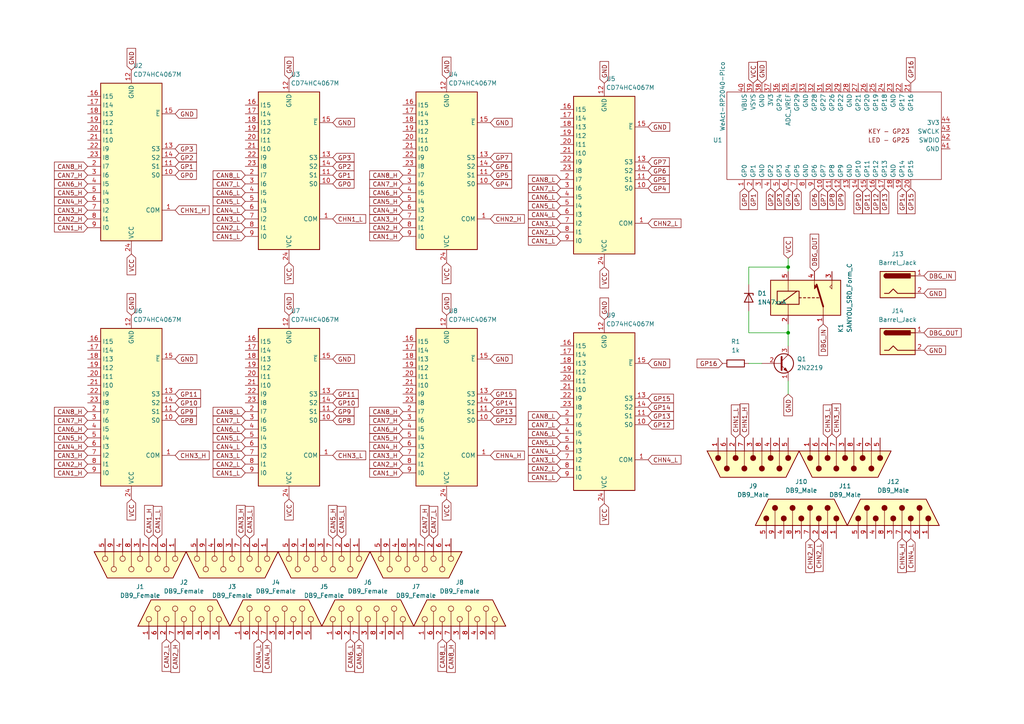
<source format=kicad_sch>
(kicad_sch (version 20211123) (generator eeschema)
  (paper "A4")
  (lib_symbols
    (symbol "74xx:CD74HC4067M"
      (property "Reference" "U" (at -8.89 22.86 0))
      (property "Value" "CD74HC4067M" (at 1.27 22.86 0))
      (symbol "CD74HC4067M_0_1"
        (rectangle (start -8.89 21.59) (end 8.89 -24.13) (stroke (width 0.254)) (fill (type background)))
      )
      (symbol "CD74HC4067M_1_1"
        (pin passive line (at -12.7 12.7 0) (length 3.81) (name "COM") (number "1"))
        (pin input line (at -12.7 2.54 0) (length 3.81) (name "S0") (number "10"))
        (pin input line (at -12.7 0 0) (length 3.81) (name "S1") (number "11"))
        (pin power_in line (at 0 -27.94 90) (length 3.81) (name "GND") (number "12"))
        (pin input line (at -12.7 -5.08 0) (length 3.81) (name "S3") (number "13"))
        (pin input line (at -12.7 -2.54 0) (length 3.81) (name "S2") (number "14"))
        (pin input line (at -12.7 -15.24 0) (length 3.81) (name "~{E}") (number "15"))
        (pin passive line (at 12.7 -20.32 180) (length 3.81) (name "I15") (number "16"))
        (pin passive line (at 12.7 -17.78 180) (length 3.81) (name "I14") (number "17"))
        (pin passive line (at 12.7 -15.24 180) (length 3.81) (name "I13") (number "18"))
        (pin passive line (at 12.7 -12.7 180) (length 3.81) (name "I12") (number "19"))
        (pin passive line (at 12.7 0 180) (length 3.81) (name "I7") (number "2"))
        (pin passive line (at 12.7 -10.16 180) (length 3.81) (name "I11") (number "20"))
        (pin passive line (at 12.7 -7.62 180) (length 3.81) (name "I10") (number "21"))
        (pin passive line (at 12.7 -5.08 180) (length 3.81) (name "I9") (number "22"))
        (pin passive line (at 12.7 -2.54 180) (length 3.81) (name "I8") (number "23"))
        (pin power_in line (at 0 25.4 270) (length 3.81) (name "VCC") (number "24"))
        (pin passive line (at 12.7 2.54 180) (length 3.81) (name "I6") (number "3"))
        (pin passive line (at 12.7 5.08 180) (length 3.81) (name "I5") (number "4"))
        (pin passive line (at 12.7 7.62 180) (length 3.81) (name "I4") (number "5"))
        (pin passive line (at 12.7 10.16 180) (length 3.81) (name "I3") (number "6"))
        (pin passive line (at 12.7 12.7 180) (length 3.81) (name "I2") (number "7"))
        (pin passive line (at 12.7 15.24 180) (length 3.81) (name "I1") (number "8"))
        (pin passive line (at 12.7 17.78 180) (length 3.81) (name "I0") (number "9"))
      )
    )
    (symbol "Connector:Barrel_Jack" (pin_names (offset 1.016))
      (property "Reference" "J" (at 0 5.334 0))
      (property "Value" "Barrel_Jack" (at 0 -5.08 0))
      (symbol "Barrel_Jack_0_1"
        (rectangle (start -5.08 3.81) (end 5.08 -3.81) (stroke (width 0.254)) (fill (type background)))
        (arc (start -3.302 3.175) (mid -3.937 2.54) (end -3.302 1.905) (stroke (width 0.254)))
        (arc (start -3.302 3.175) (mid -3.937 2.54) (end -3.302 1.905) (stroke (width 0.254)) (fill (type outline)))
        (polyline (pts (xy 5.08 2.54) (xy 3.81 2.54)) (stroke (width 0.254)))
        (polyline (pts (xy -3.81 -2.54) (xy -2.54 -2.54) (xy -1.27 -1.27) (xy 0 -2.54) (xy 2.54 -2.54) (xy 5.08 -2.54)) (stroke (width 0.254)))
        (rectangle (start 3.683 3.175) (end -3.302 1.905) (stroke (width 0.254)) (fill (type outline)))
      )
      (symbol "Barrel_Jack_1_1"
        (pin passive line (at 7.62 2.54 180) (length 2.54) (name "~") (number "1"))
        (pin passive line (at 7.62 -2.54 180) (length 2.54) (name "~") (number "2"))
      )
    )
    (symbol "Connector:DB9_Female" (pin_names (offset 1.016) hide)
      (property "Reference" "J" (at 0 13.97 0))
      (property "Value" "DB9_Female" (at 0 -14.605 0))
      (symbol "DB9_Female_0_1"
        (circle (center -1.778 -10.16) (radius 0.762))
        (circle (center -1.778 -5.08) (radius 0.762))
        (circle (center -1.778 0) (radius 0.762))
        (circle (center -1.778 5.08) (radius 0.762))
        (circle (center -1.778 10.16) (radius 0.762))
        (polyline (pts (xy -3.81 -10.16) (xy -2.54 -10.16)))
        (polyline (pts (xy -3.81 -7.62) (xy 0.508 -7.62)))
        (polyline (pts (xy -3.81 -5.08) (xy -2.54 -5.08)))
        (polyline (pts (xy -3.81 -2.54) (xy 0.508 -2.54)))
        (polyline (pts (xy -3.81 0) (xy -2.54 0)))
        (polyline (pts (xy -3.81 2.54) (xy 0.508 2.54)))
        (polyline (pts (xy -3.81 5.08) (xy -2.54 5.08)))
        (polyline (pts (xy -3.81 7.62) (xy 0.508 7.62)))
        (polyline (pts (xy -3.81 10.16) (xy -2.54 10.16)))
        (polyline (pts (xy -3.81 13.335) (xy -3.81 -13.335) (xy 3.81 -9.525) (xy 3.81 9.525) (xy -3.81 13.335)) (stroke (width 0.254)) (fill (type background)))
        (circle (center 1.27 -7.62) (radius 0.762))
        (circle (center 1.27 -2.54) (radius 0.762))
        (circle (center 1.27 2.54) (radius 0.762))
        (circle (center 1.27 7.62) (radius 0.762))
      )
      (symbol "DB9_Female_1_1"
        (pin passive line (at -7.62 10.16 0) (length 3.81) (name "1") (number "1"))
        (pin passive line (at -7.62 5.08 0) (length 3.81) (name "2") (number "2"))
        (pin passive line (at -7.62 0 0) (length 3.81) (name "3") (number "3"))
        (pin passive line (at -7.62 -5.08 0) (length 3.81) (name "4") (number "4"))
        (pin passive line (at -7.62 -10.16 0) (length 3.81) (name "5") (number "5"))
        (pin passive line (at -7.62 7.62 0) (length 3.81) (name "6") (number "6"))
        (pin passive line (at -7.62 2.54 0) (length 3.81) (name "7") (number "7"))
        (pin passive line (at -7.62 -2.54 0) (length 3.81) (name "8") (number "8"))
        (pin passive line (at -7.62 -7.62 0) (length 3.81) (name "9") (number "9"))
      )
    )
    (symbol "Connector:DB9_Male" (pin_names (offset 1.016) hide)
      (property "Reference" "J" (at 0 13.97 0))
      (property "Value" "DB9_Male" (at 0 -14.605 0))
      (symbol "DB9_Male_0_1"
        (circle (center -1.778 -10.16) (radius 0.762) (fill (type outline)))
        (circle (center -1.778 -5.08) (radius 0.762) (fill (type outline)))
        (circle (center -1.778 0) (radius 0.762) (fill (type outline)))
        (circle (center -1.778 5.08) (radius 0.762) (fill (type outline)))
        (circle (center -1.778 10.16) (radius 0.762) (fill (type outline)))
        (polyline (pts (xy -3.81 -10.16) (xy -2.54 -10.16)))
        (polyline (pts (xy -3.81 -7.62) (xy 0.508 -7.62)))
        (polyline (pts (xy -3.81 -5.08) (xy -2.54 -5.08)))
        (polyline (pts (xy -3.81 -2.54) (xy 0.508 -2.54)))
        (polyline (pts (xy -3.81 0) (xy -2.54 0)))
        (polyline (pts (xy -3.81 2.54) (xy 0.508 2.54)))
        (polyline (pts (xy -3.81 5.08) (xy -2.54 5.08)))
        (polyline (pts (xy -3.81 7.62) (xy 0.508 7.62)))
        (polyline (pts (xy -3.81 10.16) (xy -2.54 10.16)))
        (polyline (pts (xy -3.81 -13.335) (xy -3.81 13.335) (xy 3.81 9.525) (xy 3.81 -9.525) (xy -3.81 -13.335)) (stroke (width 0.254)) (fill (type background)))
        (circle (center 1.27 -7.62) (radius 0.762) (fill (type outline)))
        (circle (center 1.27 -2.54) (radius 0.762) (fill (type outline)))
        (circle (center 1.27 2.54) (radius 0.762) (fill (type outline)))
        (circle (center 1.27 7.62) (radius 0.762) (fill (type outline)))
      )
      (symbol "DB9_Male_1_1"
        (pin passive line (at -7.62 -10.16 0) (length 3.81) (name "1") (number "1"))
        (pin passive line (at -7.62 -5.08 0) (length 3.81) (name "2") (number "2"))
        (pin passive line (at -7.62 0 0) (length 3.81) (name "3") (number "3"))
        (pin passive line (at -7.62 5.08 0) (length 3.81) (name "4") (number "4"))
        (pin passive line (at -7.62 10.16 0) (length 3.81) (name "5") (number "5"))
        (pin passive line (at -7.62 -7.62 0) (length 3.81) (name "6") (number "6"))
        (pin passive line (at -7.62 -2.54 0) (length 3.81) (name "7") (number "7"))
        (pin passive line (at -7.62 2.54 0) (length 3.81) (name "8") (number "8"))
        (pin passive line (at -7.62 7.62 0) (length 3.81) (name "9") (number "9"))
      )
    )
    (symbol "Device:R" (pin_numbers hide) (pin_names (offset 0))
      (property "Reference" "R" (at 2.032 0 90))
      (property "Value" "R" (at 0 0 90))
      (symbol "R_0_1"
        (rectangle (start -1.016 -2.54) (end 1.016 2.54) (stroke (width 0.254)))
      )
      (symbol "R_1_1"
        (pin passive line (at 0 3.81 270) (length 1.27) (name "~") (number "1"))
        (pin passive line (at 0 -3.81 90) (length 1.27) (name "~") (number "2"))
      )
    )
    (symbol "Diode:1N47xxA" (pin_numbers hide) (pin_names hide)
      (property "Reference" "D" (at 0 2.54 0))
      (property "Value" "1N47xxA" (at 0 -2.54 0))
      (symbol "1N47xxA_0_1"
        (polyline (pts (xy 1.27 0) (xy -1.27 0)))
        (polyline (pts (xy -1.27 -1.27) (xy -1.27 1.27) (xy -0.762 1.27)) (stroke (width 0.254)))
        (polyline (pts (xy 1.27 -1.27) (xy 1.27 1.27) (xy -1.27 0) (xy 1.27 -1.27)) (stroke (width 0.254)))
      )
      (symbol "1N47xxA_1_1"
        (pin passive line (at -3.81 0 0) (length 2.54) (name "K") (number "1"))
        (pin passive line (at 3.81 0 180) (length 2.54) (name "A") (number "2"))
      )
    )
    (symbol "RP2040:WeAct-RP2040-Pico"
      (property "Reference" "U" (at 0 16.51 0))
      (property "Value" "WeAct-RP2040-Pico" (at 0 19.05 0))
      (symbol "WeAct-RP2040-Pico_0_0"
        (text "KEY - GP23" (at 1.27 -26.67 900) (effects (font (size 1.27 1.27))))
        (text "LED - GP25" (at -1.27 -26.67 900) (effects (font (size 1.27 1.27))))
      )
      (symbol "WeAct-RP2040-Pico_0_1"
        (rectangle (start -12.7 20.32) (end 12.7 -41.91))
      )
      (symbol "WeAct-RP2040-Pico_1_1"
        (pin bidirectional line (at -15.24 15.24 0) (length 2.54) (name "GP0") (number "1"))
        (pin bidirectional line (at -15.24 -7.62 0) (length 2.54) (name "GP7") (number "10"))
        (pin bidirectional line (at -15.24 -10.16 0) (length 2.54) (name "GP8") (number "11"))
        (pin bidirectional line (at -15.24 -12.7 0) (length 2.54) (name "GP9") (number "12"))
        (pin bidirectional line (at -15.24 -15.24 0) (length 2.54) (name "GND") (number "13"))
        (pin bidirectional line (at -15.24 -17.78 0) (length 2.54) (name "GP10") (number "14"))
        (pin bidirectional line (at -15.24 -20.32 0) (length 2.54) (name "GP11") (number "15"))
        (pin bidirectional line (at -15.24 -22.86 0) (length 2.54) (name "GP12") (number "16"))
        (pin bidirectional line (at -15.24 -25.4 0) (length 2.54) (name "GP13") (number "17"))
        (pin bidirectional line (at -15.24 -27.94 0) (length 2.54) (name "GND") (number "18"))
        (pin bidirectional line (at -15.24 -30.48 0) (length 2.54) (name "GP14") (number "19"))
        (pin bidirectional line (at -15.24 12.7 0) (length 2.54) (name "GP1") (number "2"))
        (pin bidirectional line (at -15.24 -33.02 0) (length 2.54) (name "GP15") (number "20"))
        (pin bidirectional line (at 15.24 -33.02 180) (length 2.54) (name "GP16") (number "21"))
        (pin bidirectional line (at 15.24 -30.48 180) (length 2.54) (name "GP17") (number "22"))
        (pin bidirectional line (at 15.24 -27.94 180) (length 2.54) (name "GND") (number "23"))
        (pin bidirectional line (at 15.24 -25.4 180) (length 2.54) (name "GP18") (number "24"))
        (pin bidirectional line (at 15.24 -22.86 180) (length 2.54) (name "GP19") (number "25"))
        (pin bidirectional line (at 15.24 -20.32 180) (length 2.54) (name "GP20") (number "26"))
        (pin bidirectional line (at 15.24 -17.78 180) (length 2.54) (name "GP21") (number "27"))
        (pin bidirectional line (at 15.24 -15.24 180) (length 2.54) (name "GND") (number "28"))
        (pin bidirectional line (at 15.24 -12.7 180) (length 2.54) (name "GP22") (number "29"))
        (pin bidirectional line (at -15.24 10.16 0) (length 2.54) (name "GND") (number "3"))
        (pin bidirectional line (at 15.24 -10.16 180) (length 2.54) (name "GP26") (number "30"))
        (pin bidirectional line (at 15.24 -7.62 180) (length 2.54) (name "GP27") (number "31"))
        (pin bidirectional line (at 15.24 -5.08 180) (length 2.54) (name "GP28") (number "32"))
        (pin bidirectional line (at 15.24 -2.54 180) (length 2.54) (name "GND") (number "33"))
        (pin bidirectional line (at 15.24 0 180) (length 2.54) (name "GP29") (number "34"))
        (pin bidirectional line (at 15.24 2.54 180) (length 2.54) (name "ADC_VREF") (number "35"))
        (pin bidirectional line (at 15.24 5.08 180) (length 2.54) (name "GP24") (number "36"))
        (pin bidirectional line (at 15.24 7.62 180) (length 2.54) (name "3V3") (number "37"))
        (pin bidirectional line (at 15.24 10.16 180) (length 2.54) (name "GND") (number "38"))
        (pin bidirectional line (at 15.24 12.7 180) (length 2.54) (name "VSYS") (number "39"))
        (pin bidirectional line (at -15.24 7.62 0) (length 2.54) (name "GP2") (number "4"))
        (pin bidirectional line (at 15.24 15.24 180) (length 2.54) (name "VBUS") (number "40"))
        (pin bidirectional line (at -3.81 -44.45 90) (length 2.54) (name "GND") (number "41"))
        (pin bidirectional line (at -1.27 -44.45 90) (length 2.54) (name "SWDIO") (number "42"))
        (pin bidirectional line (at 1.27 -44.45 90) (length 2.54) (name "SWCLK") (number "43"))
        (pin bidirectional line (at 3.81 -44.45 90) (length 2.54) (name "3V3") (number "44"))
        (pin bidirectional line (at -15.24 5.08 0) (length 2.54) (name "GP3") (number "5"))
        (pin bidirectional line (at -15.24 2.54 0) (length 2.54) (name "GP4") (number "6"))
        (pin bidirectional line (at -15.24 0 0) (length 2.54) (name "GP5") (number "7"))
        (pin bidirectional line (at -15.24 -2.54 0) (length 2.54) (name "GND") (number "8"))
        (pin bidirectional line (at -15.24 -5.08 0) (length 2.54) (name "GP6") (number "9"))
      )
    )
    (symbol "Relay:SANYOU_SRD_Form_C"
      (property "Reference" "K" (at 11.43 3.81 0))
      (property "Value" "SANYOU_SRD_Form_C" (at 11.43 1.27 0))
      (symbol "SANYOU_SRD_Form_C_0_0"
        (polyline (pts (xy 7.62 5.08) (xy 7.62 2.54) (xy 6.985 3.175) (xy 7.62 3.81)))
      )
      (symbol "SANYOU_SRD_Form_C_0_1"
        (rectangle (start -10.16 5.08) (end 10.16 -5.08) (stroke (width 0.254)) (fill (type background)))
        (rectangle (start -8.255 1.905) (end -1.905 -1.905) (stroke (width 0.254)))
        (polyline (pts (xy -7.62 -1.905) (xy -2.54 1.905)) (stroke (width 0.254)))
        (polyline (pts (xy -5.08 -5.08) (xy -5.08 -1.905)))
        (polyline (pts (xy -5.08 5.08) (xy -5.08 1.905)))
        (polyline (pts (xy -1.905 0) (xy -1.27 0)) (stroke (width 0.254)))
        (polyline (pts (xy -0.635 0) (xy 0 0)) (stroke (width 0.254)))
        (polyline (pts (xy 0.635 0) (xy 1.27 0)) (stroke (width 0.254)))
        (polyline (pts (xy 1.905 0) (xy 2.54 0)) (stroke (width 0.254)))
        (polyline (pts (xy 3.175 0) (xy 3.81 0)) (stroke (width 0.254)))
        (polyline (pts (xy 5.08 -2.54) (xy 3.175 3.81)) (stroke (width 0.508)))
        (polyline (pts (xy 5.08 -2.54) (xy 5.08 -5.08)))
      )
      (symbol "SANYOU_SRD_Form_C_1_1"
        (polyline (pts (xy 2.54 3.81) (xy 3.175 3.175) (xy 2.54 2.54) (xy 2.54 5.08)) (fill (type outline)))
        (pin passive line (at 5.08 -7.62 90) (length 2.54) (name "~") (number "1"))
        (pin passive line (at -5.08 -7.62 90) (length 2.54) (name "~") (number "2"))
        (pin passive line (at 7.62 7.62 270) (length 2.54) (name "~") (number "3"))
        (pin passive line (at 2.54 7.62 270) (length 2.54) (name "~") (number "4"))
        (pin passive line (at -5.08 7.62 270) (length 2.54) (name "~") (number "5"))
      )
    )
    (symbol "Transistor_BJT:2N2219" (pin_names (offset 0) hide)
      (property "Reference" "Q" (at 5.08 1.905 0))
      (property "Value" "2N2219" (at 5.08 0 0))
      (symbol "2N2219_0_1"
        (polyline (pts (xy 0.635 0.635) (xy 2.54 2.54)))
        (polyline (pts (xy 0.635 -0.635) (xy 2.54 -2.54) (xy 2.54 -2.54)))
        (polyline (pts (xy 0.635 1.905) (xy 0.635 -1.905) (xy 0.635 -1.905)) (stroke (width 0.508)))
        (polyline (pts (xy 1.27 -1.778) (xy 1.778 -1.27) (xy 2.286 -2.286) (xy 1.27 -1.778) (xy 1.27 -1.778)) (fill (type outline)))
        (circle (center 1.27 0) (radius 2.8194) (stroke (width 0.254)))
      )
      (symbol "2N2219_1_1"
        (pin passive line (at 2.54 -5.08 90) (length 2.54) (name "E") (number "1"))
        (pin passive line (at -5.08 0 0) (length 5.715) (name "B") (number "2"))
        (pin passive line (at 2.54 5.08 270) (length 2.54) (name "C") (number "3"))
      )
    )
  )
  (junction (at 228.6 96.52))
  (junction (at 228.6 77.47))
  (wire (pts (xy 217.17 77.47) (xy 228.6 77.47)))
  (wire (pts (xy 217.17 90.17) (xy 217.17 96.52)))
  (wire (pts (xy 228.6 110.49) (xy 228.6 114.3)))
  (wire (pts (xy 228.6 93.98) (xy 228.6 96.52)))
  (wire (pts (xy 228.6 74.93) (xy 228.6 77.47)))
  (wire (pts (xy 217.17 96.52) (xy 228.6 96.52)))
  (wire (pts (xy 228.6 77.47) (xy 228.6 78.74)))
  (wire (pts (xy 228.6 96.52) (xy 228.6 100.33)))
  (wire (pts (xy 217.17 82.55) (xy 217.17 77.47)))
  (wire (pts (xy 217.17 105.41) (xy 220.98 105.41)))
  (global_label "VCC" (shape input) (at 38.1 73.66 270) (property "Intersheet References" "${INTERSHEET_REFS}" (effects hide)))
  (global_label "GP1" (shape input) (at 50.8 48.26 0) (property "Intersheet References" "${INTERSHEET_REFS}" (effects hide)))
  (global_label "GP15" (shape input) (at 187.96 115.57 0) (property "Intersheet References" "${INTERSHEET_REFS}" (effects hide)))
  (global_label "CAN3_H" (shape input) (at 116.84 63.5 180) (property "Intersheet References" "${INTERSHEET_REFS}" (effects hide)))
  (global_label "GND" (shape input) (at 175.26 92.71 90) (property "Intersheet References" "${INTERSHEET_REFS}" (effects hide)))
  (global_label "CHN4_L" (shape input) (at 264.16 156.21 270) (property "Intersheet References" "${INTERSHEET_REFS}" (effects hide)))
  (global_label "GP4" (shape input) (at 228.6 54.61 270) (property "Intersheet References" "${INTERSHEET_REFS}" (effects hide)))
  (global_label "GP5" (shape input) (at 187.96 52.07 0) (property "Intersheet References" "${INTERSHEET_REFS}" (effects hide)))
  (global_label "VCC" (shape input) (at 129.54 76.2 270) (property "Intersheet References" "${INTERSHEET_REFS}" (effects hide)))
  (global_label "GP14" (shape input) (at 261.62 54.61 270) (property "Intersheet References" "${INTERSHEET_REFS}" (effects hide)))
  (global_label "VCC" (shape input) (at 38.1 144.78 270) (property "Intersheet References" "${INTERSHEET_REFS}" (effects hide)))
  (global_label "CAN3_H" (shape input) (at 116.84 132.08 180) (property "Intersheet References" "${INTERSHEET_REFS}" (effects hide)))
  (global_label "CHN1_H" (shape input) (at 50.8 60.96 0) (property "Intersheet References" "${INTERSHEET_REFS}" (effects hide)))
  (global_label "CAN6_H" (shape input) (at 116.84 55.88 180) (property "Intersheet References" "${INTERSHEET_REFS}" (effects hide)))
  (global_label "CAN6_L" (shape input) (at 101.6 185.42 270) (property "Intersheet References" "${INTERSHEET_REFS}" (effects hide)))
  (global_label "GND" (shape input) (at 50.8 33.02 0) (property "Intersheet References" "${INTERSHEET_REFS}" (effects hide)))
  (global_label "CAN3_L" (shape input) (at 72.39 156.21 90) (property "Intersheet References" "${INTERSHEET_REFS}" (effects hide)))
  (global_label "GND" (shape input) (at 220.98 24.13 90) (property "Intersheet References" "${INTERSHEET_REFS}" (effects hide)))
  (global_label "CAN5_H" (shape input) (at 116.84 127 180) (property "Intersheet References" "${INTERSHEET_REFS}" (effects hide)))
  (global_label "GP10" (shape input) (at 50.8 116.84 0) (property "Intersheet References" "${INTERSHEET_REFS}" (effects hide)))
  (global_label "GND" (shape input) (at 129.54 22.86 90) (property "Intersheet References" "${INTERSHEET_REFS}" (effects hide)))
  (global_label "CAN7_H" (shape input) (at 116.84 53.34 180) (property "Intersheet References" "${INTERSHEET_REFS}" (effects hide)))
  (global_label "CAN7_L" (shape input) (at 162.56 123.19 180) (property "Intersheet References" "${INTERSHEET_REFS}" (effects hide)))
  (global_label "CAN6_L" (shape input) (at 71.12 55.88 180) (property "Intersheet References" "${INTERSHEET_REFS}" (effects hide)))
  (global_label "CAN8_H" (shape input) (at 116.84 119.38 180) (property "Intersheet References" "${INTERSHEET_REFS}" (effects hide)))
  (global_label "CHN2_H" (shape input) (at 142.24 63.5 0) (property "Intersheet References" "${INTERSHEET_REFS}" (effects hide)))
  (global_label "CAN2_L" (shape input) (at 71.12 66.04 180) (property "Intersheet References" "${INTERSHEET_REFS}" (effects hide)))
  (global_label "CAN1_L" (shape input) (at 71.12 68.58 180) (property "Intersheet References" "${INTERSHEET_REFS}" (effects hide)))
  (global_label "CAN7_L" (shape input) (at 162.56 54.61 180) (property "Intersheet References" "${INTERSHEET_REFS}" (effects hide)))
  (global_label "GND" (shape input) (at 142.24 104.14 0) (property "Intersheet References" "${INTERSHEET_REFS}" (effects hide)))
  (global_label "CAN2_L" (shape input) (at 71.12 134.62 180) (property "Intersheet References" "${INTERSHEET_REFS}" (effects hide)))
  (global_label "CHN3_L" (shape input) (at 240.03 127 90) (property "Intersheet References" "${INTERSHEET_REFS}" (effects hide)))
  (global_label "GND" (shape input) (at 96.52 35.56 0) (property "Intersheet References" "${INTERSHEET_REFS}" (effects hide)))
  (global_label "CAN3_H" (shape input) (at 25.4 60.96 180) (property "Intersheet References" "${INTERSHEET_REFS}" (effects hide)))
  (global_label "CAN8_L" (shape input) (at 71.12 50.8 180) (property "Intersheet References" "${INTERSHEET_REFS}" (effects hide)))
  (global_label "GND" (shape input) (at 38.1 20.32 90) (property "Intersheet References" "${INTERSHEET_REFS}" (effects hide)))
  (global_label "CAN6_H" (shape input) (at 25.4 53.34 180) (property "Intersheet References" "${INTERSHEET_REFS}" (effects hide)))
  (global_label "GP16" (shape input) (at 209.55 105.41 180) (property "Intersheet References" "${INTERSHEET_REFS}" (effects hide)))
  (global_label "GP6" (shape input) (at 187.96 49.53 0) (property "Intersheet References" "${INTERSHEET_REFS}" (effects hide)))
  (global_label "GP8" (shape input) (at 241.3 54.61 270) (property "Intersheet References" "${INTERSHEET_REFS}" (effects hide)))
  (global_label "GP1" (shape input) (at 218.44 54.61 270) (property "Intersheet References" "${INTERSHEET_REFS}" (effects hide)))
  (global_label "CAN7_L" (shape input) (at 125.73 156.21 90) (property "Intersheet References" "${INTERSHEET_REFS}" (effects hide)))
  (global_label "CHN4_H" (shape input) (at 261.62 156.21 270) (property "Intersheet References" "${INTERSHEET_REFS}" (effects hide)))
  (global_label "GND" (shape input) (at 228.6 114.3 270) (property "Intersheet References" "${INTERSHEET_REFS}" (effects hide)))
  (global_label "CAN1_H" (shape input) (at 25.4 137.16 180) (property "Intersheet References" "${INTERSHEET_REFS}" (effects hide)))
  (global_label "CAN5_H" (shape input) (at 116.84 58.42 180) (property "Intersheet References" "${INTERSHEET_REFS}" (effects hide)))
  (global_label "CAN2_H" (shape input) (at 116.84 134.62 180) (property "Intersheet References" "${INTERSHEET_REFS}" (effects hide)))
  (global_label "CHN3_H" (shape input) (at 50.8 132.08 0) (property "Intersheet References" "${INTERSHEET_REFS}" (effects hide)))
  (global_label "CAN8_L" (shape input) (at 71.12 119.38 180) (property "Intersheet References" "${INTERSHEET_REFS}" (effects hide)))
  (global_label "CAN2_L" (shape input) (at 48.26 185.42 270) (property "Intersheet References" "${INTERSHEET_REFS}" (effects hide)))
  (global_label "CAN7_L" (shape input) (at 71.12 53.34 180) (property "Intersheet References" "${INTERSHEET_REFS}" (effects hide)))
  (global_label "GND" (shape input) (at 267.97 101.6 0) (property "Intersheet References" "${INTERSHEET_REFS}" (effects hide)))
  (global_label "CAN4_H" (shape input) (at 116.84 129.54 180) (property "Intersheet References" "${INTERSHEET_REFS}" (effects hide)))
  (global_label "CAN1_L" (shape input) (at 162.56 138.43 180) (property "Intersheet References" "${INTERSHEET_REFS}" (effects hide)))
  (global_label "DBG_OUT" (shape input) (at 236.22 78.74 90) (property "Intersheet References" "${INTERSHEET_REFS}" (effects hide)))
  (global_label "GP8" (shape input) (at 96.52 121.92 0) (property "Intersheet References" "${INTERSHEET_REFS}" (effects hide)))
  (global_label "CAN6_L" (shape input) (at 71.12 124.46 180) (property "Intersheet References" "${INTERSHEET_REFS}" (effects hide)))
  (global_label "GP2" (shape input) (at 96.52 48.26 0) (property "Intersheet References" "${INTERSHEET_REFS}" (effects hide)))
  (global_label "GP7" (shape input) (at 187.96 46.99 0) (property "Intersheet References" "${INTERSHEET_REFS}" (effects hide)))
  (global_label "GP13" (shape input) (at 142.24 119.38 0) (property "Intersheet References" "${INTERSHEET_REFS}" (effects hide)))
  (global_label "GP3" (shape input) (at 50.8 43.18 0) (property "Intersheet References" "${INTERSHEET_REFS}" (effects hide)))
  (global_label "GND" (shape input) (at 267.97 85.09 0) (property "Intersheet References" "${INTERSHEET_REFS}" (effects hide)))
  (global_label "CAN6_H" (shape input) (at 104.14 185.42 270) (property "Intersheet References" "${INTERSHEET_REFS}" (effects hide)))
  (global_label "CAN5_L" (shape input) (at 71.12 58.42 180) (property "Intersheet References" "${INTERSHEET_REFS}" (effects hide)))
  (global_label "GP12" (shape input) (at 142.24 121.92 0) (property "Intersheet References" "${INTERSHEET_REFS}" (effects hide)))
  (global_label "VCC" (shape input) (at 175.26 146.05 270) (property "Intersheet References" "${INTERSHEET_REFS}" (effects hide)))
  (global_label "CAN1_L" (shape input) (at 45.72 156.21 90) (property "Intersheet References" "${INTERSHEET_REFS}" (effects hide)))
  (global_label "GP14" (shape input) (at 142.24 116.84 0) (property "Intersheet References" "${INTERSHEET_REFS}" (effects hide)))
  (global_label "VCC" (shape input) (at 83.82 76.2 270) (property "Intersheet References" "${INTERSHEET_REFS}" (effects hide)))
  (global_label "CAN7_H" (shape input) (at 116.84 121.92 180) (property "Intersheet References" "${INTERSHEET_REFS}" (effects hide)))
  (global_label "GND" (shape input) (at 83.82 22.86 90) (property "Intersheet References" "${INTERSHEET_REFS}" (effects hide)))
  (global_label "GP7" (shape input) (at 142.24 45.72 0) (property "Intersheet References" "${INTERSHEET_REFS}" (effects hide)))
  (global_label "GND" (shape input) (at 129.54 91.44 90) (property "Intersheet References" "${INTERSHEET_REFS}" (effects hide)))
  (global_label "CAN7_H" (shape input) (at 123.19 156.21 90) (property "Intersheet References" "${INTERSHEET_REFS}" (effects hide)))
  (global_label "DBG_OUT" (shape input) (at 267.97 96.52 0) (property "Intersheet References" "${INTERSHEET_REFS}" (effects hide)))
  (global_label "GP16" (shape input) (at 264.16 24.13 90) (property "Intersheet References" "${INTERSHEET_REFS}" (effects hide)))
  (global_label "GP0" (shape input) (at 50.8 50.8 0) (property "Intersheet References" "${INTERSHEET_REFS}" (effects hide)))
  (global_label "GP11" (shape input) (at 96.52 114.3 0) (property "Intersheet References" "${INTERSHEET_REFS}" (effects hide)))
  (global_label "CAN8_L" (shape input) (at 162.56 52.07 180) (property "Intersheet References" "${INTERSHEET_REFS}" (effects hide)))
  (global_label "CHN3_H" (shape input) (at 242.57 127 90) (property "Intersheet References" "${INTERSHEET_REFS}" (effects hide)))
  (global_label "CHN4_L" (shape input) (at 187.96 133.35 0) (property "Intersheet References" "${INTERSHEET_REFS}" (effects hide)))
  (global_label "CHN4_H" (shape input) (at 142.24 132.08 0) (property "Intersheet References" "${INTERSHEET_REFS}" (effects hide)))
  (global_label "GP12" (shape input) (at 254 54.61 270) (property "Intersheet References" "${INTERSHEET_REFS}" (effects hide)))
  (global_label "GP4" (shape input) (at 187.96 54.61 0) (property "Intersheet References" "${INTERSHEET_REFS}" (effects hide)))
  (global_label "GND" (shape input) (at 187.96 105.41 0) (property "Intersheet References" "${INTERSHEET_REFS}" (effects hide)))
  (global_label "CAN8_L" (shape input) (at 162.56 120.65 180) (property "Intersheet References" "${INTERSHEET_REFS}" (effects hide)))
  (global_label "CAN2_H" (shape input) (at 116.84 66.04 180) (property "Intersheet References" "${INTERSHEET_REFS}" (effects hide)))
  (global_label "CAN6_H" (shape input) (at 25.4 124.46 180) (property "Intersheet References" "${INTERSHEET_REFS}" (effects hide)))
  (global_label "CAN1_H" (shape input) (at 25.4 66.04 180) (property "Intersheet References" "${INTERSHEET_REFS}" (effects hide)))
  (global_label "GP9" (shape input) (at 243.84 54.61 270) (property "Intersheet References" "${INTERSHEET_REFS}" (effects hide)))
  (global_label "CAN4_H" (shape input) (at 116.84 60.96 180) (property "Intersheet References" "${INTERSHEET_REFS}" (effects hide)))
  (global_label "CAN1_H" (shape input) (at 43.18 156.21 90) (property "Intersheet References" "${INTERSHEET_REFS}" (effects hide)))
  (global_label "DBG_IN" (shape input) (at 267.97 80.01 0) (property "Intersheet References" "${INTERSHEET_REFS}" (effects hide)))
  (global_label "GP9" (shape input) (at 50.8 119.38 0) (property "Intersheet References" "${INTERSHEET_REFS}" (effects hide)))
  (global_label "CAN1_L" (shape input) (at 71.12 137.16 180) (property "Intersheet References" "${INTERSHEET_REFS}" (effects hide)))
  (global_label "VCC" (shape input) (at 129.54 144.78 270) (property "Intersheet References" "${INTERSHEET_REFS}" (effects hide)))
  (global_label "CAN5_L" (shape input) (at 162.56 128.27 180) (property "Intersheet References" "${INTERSHEET_REFS}" (effects hide)))
  (global_label "GND" (shape input) (at 83.82 91.44 90) (property "Intersheet References" "${INTERSHEET_REFS}" (effects hide)))
  (global_label "GP15" (shape input) (at 264.16 54.61 270) (property "Intersheet References" "${INTERSHEET_REFS}" (effects hide)))
  (global_label "CAN6_H" (shape input) (at 116.84 124.46 180) (property "Intersheet References" "${INTERSHEET_REFS}" (effects hide)))
  (global_label "CHN2_L" (shape input) (at 237.49 156.21 270) (property "Intersheet References" "${INTERSHEET_REFS}" (effects hide)))
  (global_label "GP11" (shape input) (at 251.46 54.61 270) (property "Intersheet References" "${INTERSHEET_REFS}" (effects hide)))
  (global_label "CHN3_L" (shape input) (at 96.52 132.08 0) (property "Intersheet References" "${INTERSHEET_REFS}" (effects hide)))
  (global_label "CAN3_L" (shape input) (at 162.56 64.77 180) (property "Intersheet References" "${INTERSHEET_REFS}" (effects hide)))
  (global_label "CAN2_L" (shape input) (at 162.56 135.89 180) (property "Intersheet References" "${INTERSHEET_REFS}" (effects hide)))
  (global_label "GP7" (shape input) (at 238.76 54.61 270) (property "Intersheet References" "${INTERSHEET_REFS}" (effects hide)))
  (global_label "CAN3_H" (shape input) (at 25.4 132.08 180) (property "Intersheet References" "${INTERSHEET_REFS}" (effects hide)))
  (global_label "GP6" (shape input) (at 142.24 48.26 0) (property "Intersheet References" "${INTERSHEET_REFS}" (effects hide)))
  (global_label "GP5" (shape input) (at 142.24 50.8 0) (property "Intersheet References" "${INTERSHEET_REFS}" (effects hide)))
  (global_label "CAN7_H" (shape input) (at 25.4 50.8 180) (property "Intersheet References" "${INTERSHEET_REFS}" (effects hide)))
  (global_label "GP2" (shape input) (at 223.52 54.61 270) (property "Intersheet References" "${INTERSHEET_REFS}" (effects hide)))
  (global_label "GP6" (shape input) (at 236.22 54.61 270) (property "Intersheet References" "${INTERSHEET_REFS}" (effects hide)))
  (global_label "CHN1_L" (shape input) (at 213.36 127 90) (property "Intersheet References" "${INTERSHEET_REFS}" (effects hide)))
  (global_label "CAN3_L" (shape input) (at 71.12 63.5 180) (property "Intersheet References" "${INTERSHEET_REFS}" (effects hide)))
  (global_label "CAN1_H" (shape input) (at 116.84 68.58 180) (property "Intersheet References" "${INTERSHEET_REFS}" (effects hide)))
  (global_label "GP2" (shape input) (at 50.8 45.72 0) (property "Intersheet References" "${INTERSHEET_REFS}" (effects hide)))
  (global_label "VCC" (shape input) (at 218.44 24.13 90) (property "Intersheet References" "${INTERSHEET_REFS}" (effects hide)))
  (global_label "CAN8_H" (shape input) (at 25.4 48.26 180) (property "Intersheet References" "${INTERSHEET_REFS}" (effects hide)))
  (global_label "GP10" (shape input) (at 248.92 54.61 270) (property "Intersheet References" "${INTERSHEET_REFS}" (effects hide)))
  (global_label "GP13" (shape input) (at 187.96 120.65 0) (property "Intersheet References" "${INTERSHEET_REFS}" (effects hide)))
  (global_label "CAN5_L" (shape input) (at 71.12 127 180) (property "Intersheet References" "${INTERSHEET_REFS}" (effects hide)))
  (global_label "CAN8_H" (shape input) (at 116.84 50.8 180) (property "Intersheet References" "${INTERSHEET_REFS}" (effects hide)))
  (global_label "CHN2_L" (shape input) (at 187.96 64.77 0) (property "Intersheet References" "${INTERSHEET_REFS}" (effects hide)))
  (global_label "CAN7_L" (shape input) (at 71.12 121.92 180) (property "Intersheet References" "${INTERSHEET_REFS}" (effects hide)))
  (global_label "CAN4_L" (shape input) (at 71.12 60.96 180) (property "Intersheet References" "${INTERSHEET_REFS}" (effects hide)))
  (global_label "VCC" (shape input) (at 175.26 77.47 270) (property "Intersheet References" "${INTERSHEET_REFS}" (effects hide)))
  (global_label "CAN2_H" (shape input) (at 50.8 185.42 270) (property "Intersheet References" "${INTERSHEET_REFS}" (effects hide)))
  (global_label "CAN4_L" (shape input) (at 71.12 129.54 180) (property "Intersheet References" "${INTERSHEET_REFS}" (effects hide)))
  (global_label "CAN2_H" (shape input) (at 25.4 63.5 180) (property "Intersheet References" "${INTERSHEET_REFS}" (effects hide)))
  (global_label "CAN2_L" (shape input) (at 162.56 67.31 180) (property "Intersheet References" "${INTERSHEET_REFS}" (effects hide)))
  (global_label "CAN4_L" (shape input) (at 162.56 62.23 180) (property "Intersheet References" "${INTERSHEET_REFS}" (effects hide)))
  (global_label "GP3" (shape input) (at 96.52 45.72 0) (property "Intersheet References" "${INTERSHEET_REFS}" (effects hide)))
  (global_label "CAN4_H" (shape input) (at 25.4 58.42 180) (property "Intersheet References" "${INTERSHEET_REFS}" (effects hide)))
  (global_label "GND" (shape input) (at 96.52 104.14 0) (property "Intersheet References" "${INTERSHEET_REFS}" (effects hide)))
  (global_label "CAN2_H" (shape input) (at 25.4 134.62 180) (property "Intersheet References" "${INTERSHEET_REFS}" (effects hide)))
  (global_label "CAN4_H" (shape input) (at 77.47 185.42 270) (property "Intersheet References" "${INTERSHEET_REFS}" (effects hide)))
  (global_label "CAN7_H" (shape input) (at 25.4 121.92 180) (property "Intersheet References" "${INTERSHEET_REFS}" (effects hide)))
  (global_label "CHN2_H" (shape input) (at 234.95 156.21 270) (property "Intersheet References" "${INTERSHEET_REFS}" (effects hide)))
  (global_label "VCC" (shape input) (at 83.82 144.78 270) (property "Intersheet References" "${INTERSHEET_REFS}" (effects hide)))
  (global_label "CAN3_L" (shape input) (at 162.56 133.35 180) (property "Intersheet References" "${INTERSHEET_REFS}" (effects hide)))
  (global_label "CAN6_L" (shape input) (at 162.56 57.15 180) (property "Intersheet References" "${INTERSHEET_REFS}" (effects hide)))
  (global_label "GND" (shape input) (at 175.26 24.13 90) (property "Intersheet References" "${INTERSHEET_REFS}" (effects hide)))
  (global_label "GP3" (shape input) (at 226.06 54.61 270) (property "Intersheet References" "${INTERSHEET_REFS}" (effects hide)))
  (global_label "CAN8_L" (shape input) (at 128.27 185.42 270) (property "Intersheet References" "${INTERSHEET_REFS}" (effects hide)))
  (global_label "GP4" (shape input) (at 142.24 53.34 0) (property "Intersheet References" "${INTERSHEET_REFS}" (effects hide)))
  (global_label "GP8" (shape input) (at 50.8 121.92 0) (property "Intersheet References" "${INTERSHEET_REFS}" (effects hide)))
  (global_label "GP0" (shape input) (at 215.9 54.61 270) (property "Intersheet References" "${INTERSHEET_REFS}" (effects hide)))
  (global_label "GP11" (shape input) (at 50.8 114.3 0) (property "Intersheet References" "${INTERSHEET_REFS}" (effects hide)))
  (global_label "VCC" (shape input) (at 228.6 74.93 90) (property "Intersheet References" "${INTERSHEET_REFS}" (effects hide)))
  (global_label "GP12" (shape input) (at 187.96 123.19 0) (property "Intersheet References" "${INTERSHEET_REFS}" (effects hide)))
  (global_label "GND" (shape input) (at 187.96 36.83 0) (property "Intersheet References" "${INTERSHEET_REFS}" (effects hide)))
  (global_label "GP15" (shape input) (at 142.24 114.3 0) (property "Intersheet References" "${INTERSHEET_REFS}" (effects hide)))
  (global_label "GP13" (shape input) (at 256.54 54.61 270) (property "Intersheet References" "${INTERSHEET_REFS}" (effects hide)))
  (global_label "GP14" (shape input) (at 187.96 118.11 0) (property "Intersheet References" "${INTERSHEET_REFS}" (effects hide)))
  (global_label "GP10" (shape input) (at 96.52 116.84 0) (property "Intersheet References" "${INTERSHEET_REFS}" (effects hide)))
  (global_label "GND" (shape input) (at 38.1 91.44 90) (property "Intersheet References" "${INTERSHEET_REFS}" (effects hide)))
  (global_label "CAN4_L" (shape input) (at 74.93 185.42 270) (property "Intersheet References" "${INTERSHEET_REFS}" (effects hide)))
  (global_label "CAN5_H" (shape input) (at 96.52 156.21 90) (property "Intersheet References" "${INTERSHEET_REFS}" (effects hide)))
  (global_label "GP1" (shape input) (at 96.52 50.8 0) (property "Intersheet References" "${INTERSHEET_REFS}" (effects hide)))
  (global_label "CAN1_L" (shape input) (at 162.56 69.85 180) (property "Intersheet References" "${INTERSHEET_REFS}" (effects hide)))
  (global_label "GND" (shape input) (at 142.24 35.56 0) (property "Intersheet References" "${INTERSHEET_REFS}" (effects hide)))
  (global_label "CHN1_L" (shape input) (at 96.52 63.5 0) (property "Intersheet References" "${INTERSHEET_REFS}" (effects hide)))
  (global_label "CAN5_L" (shape input) (at 162.56 59.69 180) (property "Intersheet References" "${INTERSHEET_REFS}" (effects hide)))
  (global_label "CAN1_H" (shape input) (at 116.84 137.16 180) (property "Intersheet References" "${INTERSHEET_REFS}" (effects hide)))
  (global_label "CAN5_H" (shape input) (at 25.4 55.88 180) (property "Intersheet References" "${INTERSHEET_REFS}" (effects hide)))
  (global_label "CHN1_H" (shape input) (at 215.9 127 90) (property "Intersheet References" "${INTERSHEET_REFS}" (effects hide)))
  (global_label "CAN3_H" (shape input) (at 69.85 156.21 90) (property "Intersheet References" "${INTERSHEET_REFS}" (effects hide)))
  (global_label "DBG_IN" (shape input) (at 238.76 93.98 270) (property "Intersheet References" "${INTERSHEET_REFS}" (effects hide)))
  (global_label "CAN5_L" (shape input) (at 99.06 156.21 90) (property "Intersheet References" "${INTERSHEET_REFS}" (effects hide)))
  (global_label "CAN8_H" (shape input) (at 25.4 119.38 180) (property "Intersheet References" "${INTERSHEET_REFS}" (effects hide)))
  (global_label "CAN4_L" (shape input) (at 162.56 130.81 180) (property "Intersheet References" "${INTERSHEET_REFS}" (effects hide)))
  (global_label "GND" (shape input) (at 50.8 104.14 0) (property "Intersheet References" "${INTERSHEET_REFS}" (effects hide)))
  (global_label "CAN8_H" (shape input) (at 130.81 185.42 270) (property "Intersheet References" "${INTERSHEET_REFS}" (effects hide)))
  (global_label "CAN5_H" (shape input) (at 25.4 127 180) (property "Intersheet References" "${INTERSHEET_REFS}" (effects hide)))
  (global_label "CAN3_L" (shape input) (at 71.12 132.08 180) (property "Intersheet References" "${INTERSHEET_REFS}" (effects hide)))
  (global_label "GP5" (shape input) (at 231.14 54.61 270) (property "Intersheet References" "${INTERSHEET_REFS}" (effects hide)))
  (global_label "GP0" (shape input) (at 96.52 53.34 0) (property "Intersheet References" "${INTERSHEET_REFS}" (effects hide)))
  (global_label "GP9" (shape input) (at 96.52 119.38 0) (property "Intersheet References" "${INTERSHEET_REFS}" (effects hide)))
  (global_label "CAN4_H" (shape input) (at 25.4 129.54 180) (property "Intersheet References" "${INTERSHEET_REFS}" (effects hide)))
  (global_label "CAN6_L" (shape input) (at 162.56 125.73 180) (property "Intersheet References" "${INTERSHEET_REFS}" (effects hide)))
  (symbol (lib_id "Connector:DB9_Female") (at 120.65 163.83 270) (unit 1)
    (property "Reference" "J7" (at 120.65 170.18 90))
    (property "Value" "DB9_Female" (at 120.65 172.72 90))
    (property "Datasheet" " ~" (effects hide))
  )
  (symbol (lib_id "Connector:DB9_Male") (at 218.44 134.62 270) (unit 1)
    (property "Reference" "J9" (at 218.44 140.97 90))
    (property "Value" "DB9_Male" (at 218.44 143.51 90))
    (property "Datasheet" " ~" (effects hide))
  )
  (symbol (lib_id "Connector:DB9_Female") (at 40.64 163.83 270) (unit 1)
    (property "Reference" "J1" (at 40.64 170.18 90))
    (property "Value" "DB9_Female" (at 40.64 172.72 90))
    (property "Datasheet" " ~" (effects hide))
  )
  (symbol (lib_id "Connector:DB9_Female") (at 80.01 177.8 90) (unit 1)
    (property "Reference" "J4" (at 80.01 168.91 90))
    (property "Value" "DB9_Female" (at 80.01 171.45 90))
    (property "Datasheet" " ~" (effects hide))
  )
  (symbol (lib_id "74xx:CD74HC4067M") (at 175.26 120.65 180) (unit 1)
    (property "Reference" "U9" (at 175.7806 91.44 0) (effects (justify right)))
    (property "Value" "CD74HC4067M" (at 175.7806 93.98 0) (effects (justify right)))
    (property "Footprint" "Package_SO:SOIC-24W_7.5x15.4mm_P1.27mm" (effects hide))
    (property "Datasheet" "http://www.ti.com/lit/ds/symlink/cd74hc4067.pdf" (effects hide))
  )
  (symbol (lib_id "Connector:Barrel_Jack") (at 260.35 82.55 0) (unit 1)
    (property "Reference" "J13" (at 260.35 73.66 0))
    (property "Value" "Barrel_Jack" (at 260.35 76.2 0))
  )
  (symbol (lib_id "74xx:CD74HC4067M") (at 83.82 119.38 180) (unit 1)
    (property "Reference" "U7" (at 84.3406 90.17 0) (effects (justify right)))
    (property "Value" "CD74HC4067M" (at 84.3406 92.71 0) (effects (justify right)))
    (property "Footprint" "Package_SO:SOIC-24W_7.5x15.4mm_P1.27mm" (effects hide))
    (property "Datasheet" "http://www.ti.com/lit/ds/symlink/cd74hc4067.pdf" (effects hide))
  )
  (symbol (lib_id "74xx:CD74HC4067M") (at 129.54 119.38 180) (unit 1)
    (property "Reference" "U8" (at 130.0606 90.17 0) (effects (justify right)))
    (property "Value" "CD74HC4067M" (at 130.0606 92.71 0) (effects (justify right)))
    (property "Footprint" "Package_SO:SOIC-24W_7.5x15.4mm_P1.27mm" (effects hide))
    (property "Datasheet" "http://www.ti.com/lit/ds/symlink/cd74hc4067.pdf" (effects hide))
  )
  (symbol (lib_id "Connector:DB9_Female") (at 133.35 177.8 90) (unit 1)
    (property "Reference" "J8" (at 133.35 168.91 90))
    (property "Value" "DB9_Female" (at 133.35 171.45 90))
    (property "Datasheet" " ~" (effects hide))
  )
  (symbol (lib_id "Connector:DB9_Female") (at 106.68 177.8 90) (unit 1)
    (property "Reference" "J6" (at 106.68 168.91 90))
    (property "Value" "DB9_Female" (at 106.68 171.45 90))
    (property "Datasheet" " ~" (effects hide))
  )
  (symbol (lib_id "RP2040:WeAct-RP2040-Pico") (at 231.14 39.37 90) (unit 1)
    (property "Reference" "U1" (at 209.55 40.6401 90) (effects (justify left)))
    (property "Value" "WeAct-RP2040-Pico" (at 209.55 38.1001 0) (effects (justify left)))
  )
  (symbol (lib_id "Diode:1N47xxA") (at 217.17 86.36 270) (unit 1)
    (property "Reference" "D1" (at 219.71 85.0899 90) (effects (justify left)))
    (property "Value" "1N47xxA" (at 219.71 87.6299 90) (effects (justify left)))
    (property "Footprint" "Diode_THT:D_DO-41_SOD81_P10.16mm_Horizontal" (effects hide))
    (property "Datasheet" "https://www.vishay.com/docs/85816/1n4728a.pdf" (effects hide))
  )
  (symbol (lib_id "74xx:CD74HC4067M") (at 129.54 50.8 180) (unit 1)
    (property "Reference" "U4" (at 130.0606 21.59 0) (effects (justify right)))
    (property "Value" "CD74HC4067M" (at 130.0606 24.13 0) (effects (justify right)))
    (property "Footprint" "Package_SO:SOIC-24W_7.5x15.4mm_P1.27mm" (effects hide))
    (property "Datasheet" "http://www.ti.com/lit/ds/symlink/cd74hc4067.pdf" (effects hide))
  )
  (symbol (lib_id "Connector:Barrel_Jack") (at 260.35 99.06 0) (unit 1)
    (property "Reference" "J14" (at 260.35 90.17 0))
    (property "Value" "Barrel_Jack" (at 260.35 92.71 0))
  )
  (symbol (lib_id "74xx:CD74HC4067M") (at 175.26 52.07 180) (unit 1)
    (property "Reference" "U5" (at 175.7806 22.86 0) (effects (justify right)))
    (property "Value" "CD74HC4067M" (at 175.7806 25.4 0) (effects (justify right)))
    (property "Footprint" "Package_SO:SOIC-24W_7.5x15.4mm_P1.27mm" (effects hide))
    (property "Datasheet" "http://www.ti.com/lit/ds/symlink/cd74hc4067.pdf" (effects hide))
  )
  (symbol (lib_id "Device:R") (at 213.36 105.41 90) (unit 1)
    (property "Reference" "R1" (at 213.36 99.06 90))
    (property "Value" "1k" (at 213.36 101.6 90))
  )
  (symbol (lib_id "Connector:DB9_Male") (at 259.08 148.59 90) (unit 1)
    (property "Reference" "J12" (at 259.08 139.7 90))
    (property "Value" "DB9_Male" (at 259.08 142.24 90))
    (property "Datasheet" " ~" (effects hide))
  )
  (symbol (lib_id "Connector:DB9_Female") (at 93.98 163.83 270) (unit 1)
    (property "Reference" "J5" (at 93.98 170.18 90))
    (property "Value" "DB9_Female" (at 93.98 172.72 90))
    (property "Datasheet" " ~" (effects hide))
  )
  (symbol (lib_id "Connector:DB9_Female") (at 53.34 177.8 90) (unit 1)
    (property "Reference" "J2" (at 53.34 168.91 90))
    (property "Value" "DB9_Female" (at 53.34 171.45 90))
    (property "Datasheet" " ~" (effects hide))
  )
  (symbol (lib_id "Connector:DB9_Male") (at 232.41 148.59 90) (unit 1)
    (property "Reference" "J10" (at 232.41 139.7 90))
    (property "Value" "DB9_Male" (at 232.41 142.24 90))
    (property "Datasheet" " ~" (effects hide))
  )
  (symbol (lib_id "Connector:DB9_Male") (at 245.11 134.62 270) (unit 1)
    (property "Reference" "J11" (at 245.11 140.97 90))
    (property "Value" "DB9_Male" (at 245.11 143.51 90))
    (property "Datasheet" " ~" (effects hide))
  )
  (symbol (lib_id "Transistor_BJT:2N2219") (at 226.06 105.41 0) (unit 1)
    (property "Reference" "Q1" (at 231.14 104.1399 0) (effects (justify left)))
    (property "Value" "2N2219" (at 231.14 106.6799 0) (effects (justify left)))
    (property "Footprint" "Package_TO_SOT_THT:TO-39-3" (effects hide))
    (property "Datasheet" "http://www.onsemi.com/pub_link/Collateral/2N2219-D.PDF" (effects hide))
  )
  (symbol (lib_id "74xx:CD74HC4067M") (at 83.82 50.8 180) (unit 1)
    (property "Reference" "U3" (at 84.3406 21.59 0) (effects (justify right)))
    (property "Value" "CD74HC4067M" (at 84.3406 24.13 0) (effects (justify right)))
    (property "Footprint" "Package_SO:SOIC-24W_7.5x15.4mm_P1.27mm" (effects hide))
    (property "Datasheet" "http://www.ti.com/lit/ds/symlink/cd74hc4067.pdf" (effects hide))
  )
  (symbol (lib_id "74xx:CD74HC4067M") (at 38.1 119.38 180) (unit 1)
    (property "Reference" "U6" (at 38.6206 90.17 0) (effects (justify right)))
    (property "Value" "CD74HC4067M" (at 38.6206 92.71 0) (effects (justify right)))
    (property "Footprint" "Package_SO:SOIC-24W_7.5x15.4mm_P1.27mm" (effects hide))
    (property "Datasheet" "http://www.ti.com/lit/ds/symlink/cd74hc4067.pdf" (effects hide))
  )
  (symbol (lib_id "74xx:CD74HC4067M") (at 38.1 48.26 180) (unit 1)
    (property "Reference" "U2" (at 38.6206 19.05 0) (effects (justify right)))
    (property "Value" "CD74HC4067M" (at 38.6206 21.59 0) (effects (justify right)))
    (property "Footprint" "Package_SO:SOIC-24W_7.5x15.4mm_P1.27mm" (effects hide))
    (property "Datasheet" "http://www.ti.com/lit/ds/symlink/cd74hc4067.pdf" (effects hide))
  )
  (symbol (lib_id "Connector:DB9_Female") (at 67.31 163.83 270) (unit 1)
    (property "Reference" "J3" (at 67.31 170.18 90))
    (property "Value" "DB9_Female" (at 67.31 172.72 90))
    (property "Datasheet" " ~" (effects hide))
  )
  (symbol (lib_id "Relay:SANYOU_SRD_Form_C") (at 233.68 86.36 0) (unit 1)
    (property "Reference" "K1" (at 243.84 96.52 90) (effects (justify left)))
    (property "Value" "SANYOU_SRD_Form_C" (at 246.38 96.52 90) (effects (justify left)))
    (property "Footprint" "Relay_THT:Relay_SPDT_SANYOU_SRD_Series_Form_C" (effects hide))
    (property "Datasheet" "http://www.sanyourelay.ca/public/products/pdf/SRD.pdf" (effects hide))
  )
)
</source>
